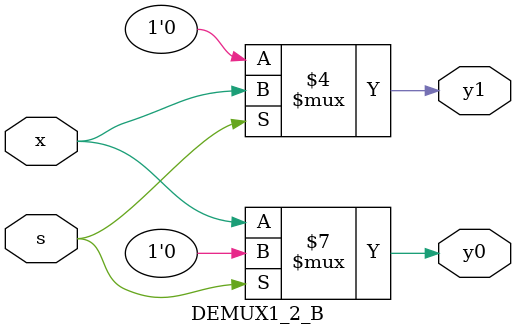
<source format=v>


`timescale 1ns/10ps

module DEMUX1_2_B (
    x,
    s,
    y0,
    y1
);
// 1:2 DMUX in behavioral
// Inputs:
//     x(bool): input feed
//     s(bool): channel select
// Outputs:
//     y0(bool): ouput channel 0
//     y1(bool): ouput channel 1

input x;
input s;
output y0;
reg y0;
output y1;
reg y1;




always @(s, x) begin: DEMUX1_2_B_LOGIC
    if ((s == 0)) begin
        y0 = x;
        y1 = 0;
    end
    else begin
        y0 = 0;
        y1 = x;
    end
end

endmodule

</source>
